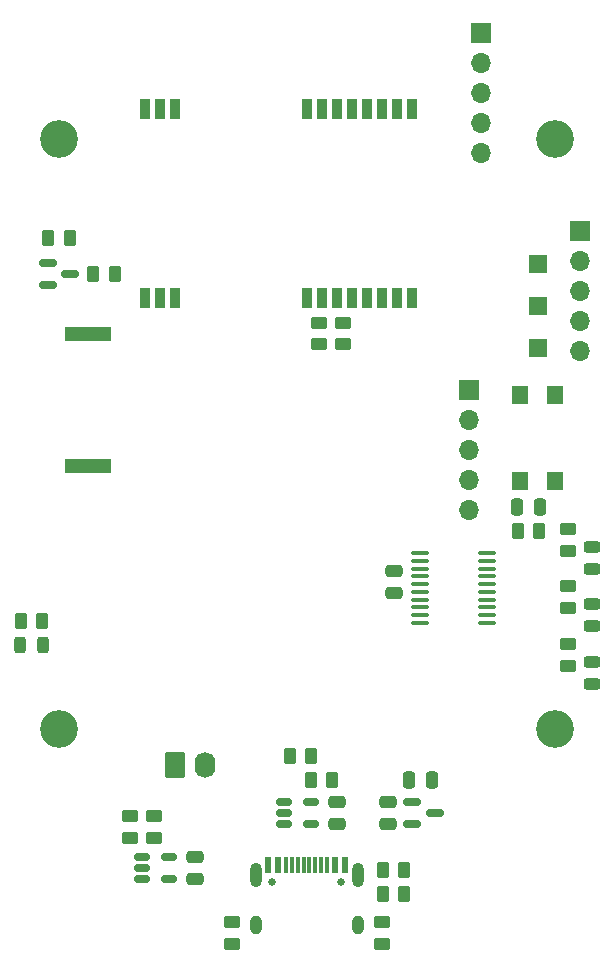
<source format=gbr>
%TF.GenerationSoftware,KiCad,Pcbnew,(6.0.4)*%
%TF.CreationDate,2022-04-29T23:06:03+08:00*%
%TF.ProjectId,RFID-mobileV_1_0,52464944-2d6d-46f6-9269-6c65565f315f,rev?*%
%TF.SameCoordinates,Original*%
%TF.FileFunction,Soldermask,Top*%
%TF.FilePolarity,Negative*%
%FSLAX46Y46*%
G04 Gerber Fmt 4.6, Leading zero omitted, Abs format (unit mm)*
G04 Created by KiCad (PCBNEW (6.0.4)) date 2022-04-29 23:06:03*
%MOMM*%
%LPD*%
G01*
G04 APERTURE LIST*
G04 Aperture macros list*
%AMRoundRect*
0 Rectangle with rounded corners*
0 $1 Rounding radius*
0 $2 $3 $4 $5 $6 $7 $8 $9 X,Y pos of 4 corners*
0 Add a 4 corners polygon primitive as box body*
4,1,4,$2,$3,$4,$5,$6,$7,$8,$9,$2,$3,0*
0 Add four circle primitives for the rounded corners*
1,1,$1+$1,$2,$3*
1,1,$1+$1,$4,$5*
1,1,$1+$1,$6,$7*
1,1,$1+$1,$8,$9*
0 Add four rect primitives between the rounded corners*
20,1,$1+$1,$2,$3,$4,$5,0*
20,1,$1+$1,$4,$5,$6,$7,0*
20,1,$1+$1,$6,$7,$8,$9,0*
20,1,$1+$1,$8,$9,$2,$3,0*%
G04 Aperture macros list end*
%ADD10RoundRect,0.243750X0.243750X0.456250X-0.243750X0.456250X-0.243750X-0.456250X0.243750X-0.456250X0*%
%ADD11RoundRect,0.250000X-0.262500X-0.450000X0.262500X-0.450000X0.262500X0.450000X-0.262500X0.450000X0*%
%ADD12RoundRect,0.150000X-0.587500X-0.150000X0.587500X-0.150000X0.587500X0.150000X-0.587500X0.150000X0*%
%ADD13RoundRect,0.250000X0.450000X-0.262500X0.450000X0.262500X-0.450000X0.262500X-0.450000X-0.262500X0*%
%ADD14RoundRect,0.250000X-0.450000X0.262500X-0.450000X-0.262500X0.450000X-0.262500X0.450000X0.262500X0*%
%ADD15C,3.200000*%
%ADD16R,1.500000X1.500000*%
%ADD17C,0.650000*%
%ADD18R,0.600000X1.450000*%
%ADD19R,0.300000X1.450000*%
%ADD20O,1.000000X2.100000*%
%ADD21O,1.000000X1.600000*%
%ADD22RoundRect,0.243750X0.456250X-0.243750X0.456250X0.243750X-0.456250X0.243750X-0.456250X-0.243750X0*%
%ADD23R,1.400000X1.600000*%
%ADD24R,4.000000X1.200000*%
%ADD25R,0.900000X1.800000*%
%ADD26RoundRect,0.250000X0.250000X0.475000X-0.250000X0.475000X-0.250000X-0.475000X0.250000X-0.475000X0*%
%ADD27RoundRect,0.250000X-0.620000X-0.845000X0.620000X-0.845000X0.620000X0.845000X-0.620000X0.845000X0*%
%ADD28O,1.740000X2.190000*%
%ADD29R,1.700000X1.700000*%
%ADD30O,1.700000X1.700000*%
%ADD31RoundRect,0.250000X0.262500X0.450000X-0.262500X0.450000X-0.262500X-0.450000X0.262500X-0.450000X0*%
%ADD32RoundRect,0.250000X-0.475000X0.250000X-0.475000X-0.250000X0.475000X-0.250000X0.475000X0.250000X0*%
%ADD33RoundRect,0.150000X-0.512500X-0.150000X0.512500X-0.150000X0.512500X0.150000X-0.512500X0.150000X0*%
%ADD34RoundRect,0.250000X0.475000X-0.250000X0.475000X0.250000X-0.475000X0.250000X-0.475000X-0.250000X0*%
%ADD35RoundRect,0.100000X-0.637500X-0.100000X0.637500X-0.100000X0.637500X0.100000X-0.637500X0.100000X0*%
G04 APERTURE END LIST*
D10*
%TO.C,D1*%
X67056000Y-143764000D03*
X65181000Y-143764000D03*
%TD*%
D11*
%TO.C,R12*%
X65206000Y-141732000D03*
X67031000Y-141732000D03*
%TD*%
D12*
%TO.C,U1*%
X98376500Y-157038000D03*
X98376500Y-158938000D03*
X100251500Y-157988000D03*
%TD*%
D13*
%TO.C,R4*%
X92456000Y-118285900D03*
X92456000Y-116460900D03*
%TD*%
D14*
%TO.C,R14*%
X111506000Y-138787500D03*
X111506000Y-140612500D03*
%TD*%
D15*
%TO.C,H2*%
X68407996Y-150913642D03*
%TD*%
D14*
%TO.C,R7*%
X76479400Y-158271200D03*
X76479400Y-160096200D03*
%TD*%
D15*
%TO.C,H4*%
X110407996Y-100913642D03*
%TD*%
D16*
%TO.C,TP3*%
X108966000Y-118618000D03*
%TD*%
D17*
%TO.C,J1*%
X92297996Y-163800000D03*
X86517996Y-163800000D03*
D18*
X86157996Y-162355000D03*
X86957996Y-162355000D03*
D19*
X88157996Y-162355000D03*
X89157996Y-162355000D03*
X89657996Y-162355000D03*
X90657996Y-162355000D03*
D18*
X91857996Y-162355000D03*
X92657996Y-162355000D03*
X92657996Y-162355000D03*
X91857996Y-162355000D03*
D19*
X91157996Y-162355000D03*
X90157996Y-162355000D03*
X88657996Y-162355000D03*
X87657996Y-162355000D03*
D18*
X86957996Y-162355000D03*
X86157996Y-162355000D03*
D20*
X85087996Y-163270000D03*
X93727996Y-163270000D03*
D21*
X85087996Y-167450000D03*
X93727996Y-167450000D03*
%TD*%
D13*
%TO.C,R2*%
X83058000Y-169060500D03*
X83058000Y-167235500D03*
%TD*%
D22*
%TO.C,D4*%
X113538000Y-137335500D03*
X113538000Y-135460500D03*
%TD*%
D23*
%TO.C,SW1*%
X107466000Y-122638000D03*
X107466000Y-129838000D03*
X110466000Y-122638000D03*
X110466000Y-129838000D03*
%TD*%
D13*
%TO.C,R1*%
X95758000Y-169060500D03*
X95758000Y-167235500D03*
%TD*%
D24*
%TO.C,BZ1*%
X70942200Y-128600200D03*
X70942200Y-117400200D03*
%TD*%
D25*
%TO.C,U2*%
X98376000Y-98417000D03*
X97106000Y-98417000D03*
X95836000Y-98417000D03*
X94566000Y-98417000D03*
X93296000Y-98417000D03*
X92026000Y-98417000D03*
X90756000Y-98417000D03*
X89486000Y-98417000D03*
X78286000Y-98417000D03*
X77016000Y-98417000D03*
X75746000Y-98417000D03*
X75746000Y-114417000D03*
X77016000Y-114417000D03*
X78286000Y-114417000D03*
X89486000Y-114417000D03*
X90756000Y-114417000D03*
X92026000Y-114417000D03*
X93296000Y-114417000D03*
X94566000Y-114417000D03*
X95836000Y-114417000D03*
X97106000Y-114417000D03*
X98376000Y-114417000D03*
%TD*%
D26*
%TO.C,C5*%
X109154000Y-132080000D03*
X107254000Y-132080000D03*
%TD*%
D14*
%TO.C,R17*%
X111506000Y-133961500D03*
X111506000Y-135786500D03*
%TD*%
D27*
%TO.C,BT1*%
X78232000Y-153924000D03*
D28*
X80772000Y-153924000D03*
%TD*%
D13*
%TO.C,R3*%
X90449400Y-118285900D03*
X90449400Y-116460900D03*
%TD*%
D29*
%TO.C,J3*%
X103124000Y-122174000D03*
D30*
X103124000Y-124714000D03*
X103124000Y-127254000D03*
X103124000Y-129794000D03*
X103124000Y-132334000D03*
%TD*%
D11*
%TO.C,R9*%
X107291500Y-134112000D03*
X109116500Y-134112000D03*
%TD*%
D15*
%TO.C,H3*%
X110407996Y-150913642D03*
%TD*%
D11*
%TO.C,R5*%
X67542400Y-109296200D03*
X69367400Y-109296200D03*
%TD*%
D31*
%TO.C,R11*%
X97686500Y-164846000D03*
X95861500Y-164846000D03*
%TD*%
D13*
%TO.C,R8*%
X74447400Y-160096200D03*
X74447400Y-158271200D03*
%TD*%
D12*
%TO.C,Q1*%
X67517400Y-111394200D03*
X67517400Y-113294200D03*
X69392400Y-112344200D03*
%TD*%
D11*
%TO.C,R15*%
X89765500Y-155194000D03*
X91590500Y-155194000D03*
%TD*%
D31*
%TO.C,R16*%
X89812500Y-153162000D03*
X87987500Y-153162000D03*
%TD*%
D16*
%TO.C,TP2*%
X108966000Y-115062000D03*
%TD*%
%TO.C,TP1*%
X108966000Y-111506000D03*
%TD*%
D32*
%TO.C,C4*%
X79950900Y-161686200D03*
X79950900Y-163586200D03*
%TD*%
D33*
%TO.C,U4*%
X75511400Y-161686200D03*
X75511400Y-162636200D03*
X75511400Y-163586200D03*
X77786400Y-163586200D03*
X77786400Y-161686200D03*
%TD*%
D34*
%TO.C,C2*%
X96266000Y-158938000D03*
X96266000Y-157038000D03*
%TD*%
D14*
%TO.C,R13*%
X111506000Y-143692000D03*
X111506000Y-145517000D03*
%TD*%
D11*
%TO.C,R10*%
X95861500Y-162814000D03*
X97686500Y-162814000D03*
%TD*%
D15*
%TO.C,H1*%
X68407996Y-100913642D03*
%TD*%
D33*
%TO.C,U5*%
X87508500Y-157038000D03*
X87508500Y-157988000D03*
X87508500Y-158938000D03*
X89783500Y-158938000D03*
X89783500Y-157038000D03*
%TD*%
D29*
%TO.C,J4*%
X104140000Y-91948000D03*
D30*
X104140000Y-94488000D03*
X104140000Y-97028000D03*
X104140000Y-99568000D03*
X104140000Y-102108000D03*
%TD*%
D11*
%TO.C,R6*%
X71352400Y-112344200D03*
X73177400Y-112344200D03*
%TD*%
D29*
%TO.C,J2*%
X112522000Y-108717000D03*
D30*
X112522000Y-111257000D03*
X112522000Y-113797000D03*
X112522000Y-116337000D03*
X112522000Y-118877000D03*
%TD*%
D35*
%TO.C,U3*%
X98991500Y-136013000D03*
X98991500Y-136663000D03*
X98991500Y-137313000D03*
X98991500Y-137963000D03*
X98991500Y-138613000D03*
X98991500Y-139263000D03*
X98991500Y-139913000D03*
X98991500Y-140563000D03*
X98991500Y-141213000D03*
X98991500Y-141863000D03*
X104716500Y-141863000D03*
X104716500Y-141213000D03*
X104716500Y-140563000D03*
X104716500Y-139913000D03*
X104716500Y-139263000D03*
X104716500Y-138613000D03*
X104716500Y-137963000D03*
X104716500Y-137313000D03*
X104716500Y-136663000D03*
X104716500Y-136013000D03*
%TD*%
D22*
%TO.C,D3*%
X113538000Y-142161500D03*
X113538000Y-140286500D03*
%TD*%
D34*
%TO.C,C6*%
X91948000Y-158938000D03*
X91948000Y-157038000D03*
%TD*%
D22*
%TO.C,D2*%
X113538000Y-147066000D03*
X113538000Y-145191000D03*
%TD*%
D32*
%TO.C,C3*%
X96774000Y-137480000D03*
X96774000Y-139380000D03*
%TD*%
D26*
%TO.C,C1*%
X100010000Y-155194000D03*
X98110000Y-155194000D03*
%TD*%
M02*

</source>
